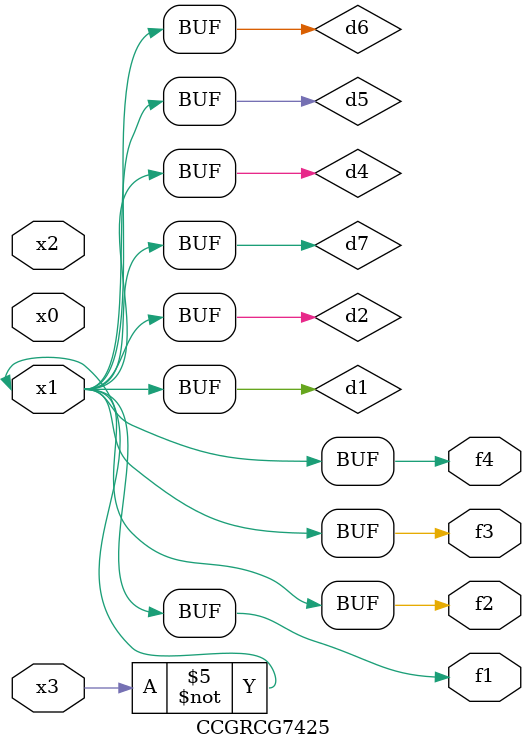
<source format=v>
module CCGRCG7425(
	input x0, x1, x2, x3,
	output f1, f2, f3, f4
);

	wire d1, d2, d3, d4, d5, d6, d7;

	not (d1, x3);
	buf (d2, x1);
	xnor (d3, d1, d2);
	nor (d4, d1);
	buf (d5, d1, d2);
	buf (d6, d4, d5);
	nand (d7, d4);
	assign f1 = d6;
	assign f2 = d7;
	assign f3 = d6;
	assign f4 = d6;
endmodule

</source>
